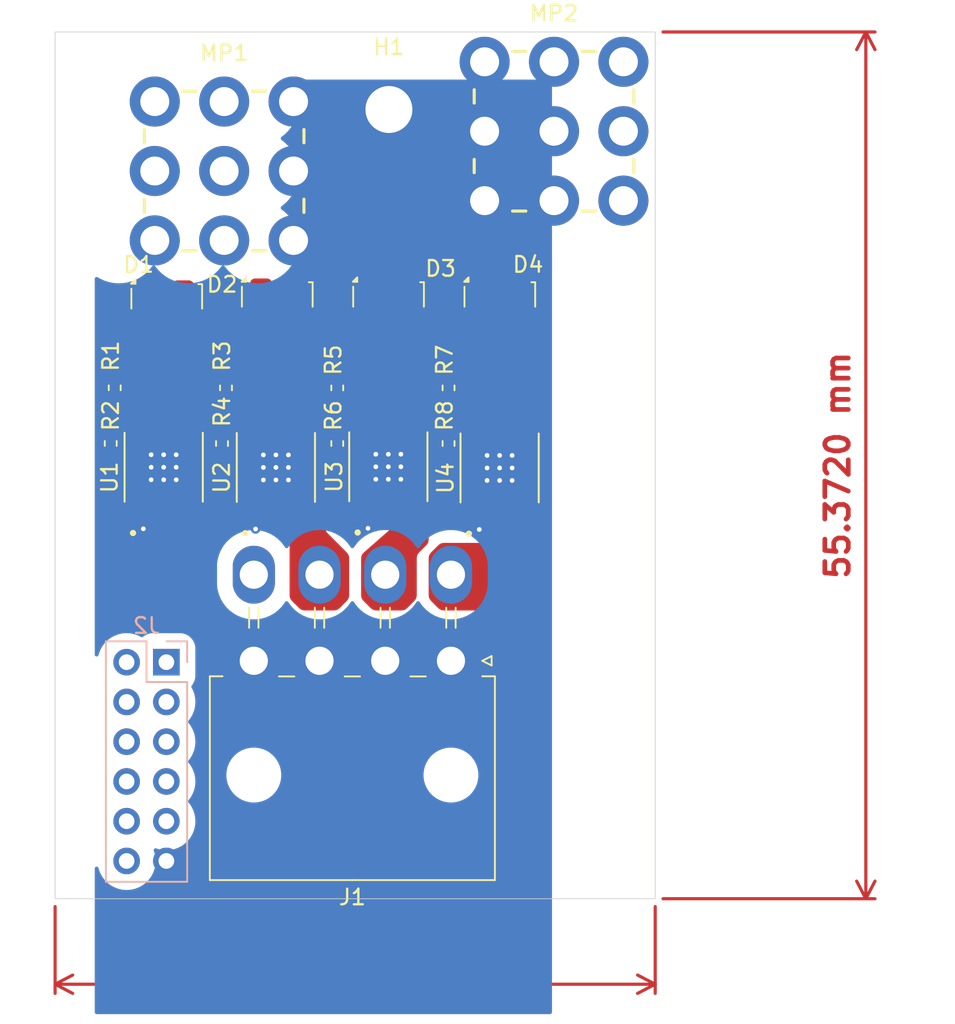
<source format=kicad_pcb>
(kicad_pcb (version 20240108) (generator "pcbnew") (generator_version "8.0")
  (layers (0 "F.Cu" signal) (31 "B.Cu" signal) (34 "B.Paste" user) (35 "F.Paste" user) (36 "B.SilkS" user "B.Silkscreen") (37 "F.SilkS" user "F.Silkscreen") (38 "B.Mask" user) (39 "F.Mask" user) (44 "Edge.Cuts" user))
  (net 0 "")
  (net 4 "Net-(U1-DIAG_EN)")
  (net 5 "+3.3V")
  (net 6 "Net-(D1-K)")
  (net 7 "GND")
  (net 8 "Net-(U1-CL)")
  (net 9 "Net-(J1-Pin_6)")
  (net 10 "Net-(D2-K)")
  (net 11 "Net-(D3-K)")
  (net 12 "Net-(D4-K)")
  (net 13 "Net-(J1-Pin_5)")
  (net 14 "Net-(J1-Pin_7)")
  (net 15 "Net-(J1-Pin_8)")
  (net 16 "Net-(U2-DIAG_EN)")
  (net 17 "Net-(U2-CL)")
  (net 18 "Net-(U3-DIAG_EN)")
  (net 19 "Net-(U3-CL)")
  (net 20 "Net-(U4-DIAG_EN)")
  (net 21 "Net-(U4-CL)")
  (net 31 "Net-(J2-Pin_1)")
  (net 32 "Net-(J2-Pin_4)")
  (net 33 "Net-(J2-Pin_5)")
  (net 34 "Net-(J2-Pin_3)")
  (net 35 "Net-(J2-Pin_8)")
  (net 37 "Net-(J2-Pin_2)")
  (net 38 "Net-(J2-Pin_6)")
  (net 39 "Net-(J2-Pin_7)")
  (net 40 "/SUPPLY")
  (footprint "Resistor_SMD:R_0402_1005Metric" (layer "F.Cu") (at 121.666 72.138 -90)
    (property "Reference" "R7" (at -1.78 0.254 90) (layer "F.SilkS"))
    (property "Value" "2.2k")
    (fp_line (start -0.153641 0.38) (end 0.153641 0.38) (stroke (width 0.12)) (layer "F.SilkS"))
    (fp_line (start -0.153641 -0.38) (end 0.153641 -0.38) (stroke (width 0.12)) (layer "F.SilkS"))
    (pad "1" smd roundrect (at -0.51 0 270) (size 0.54 0.64) (layers "F.Cu" "F.Paste" "F.Mask") (net 5 "+3.3V"))
    (pad "2" smd roundrect (at 0.51 0 270) (size 0.54 0.64) (layers "F.Cu" "F.Paste" "F.Mask") (net 20 "Net-(U4-DIAG_EN)"))
  )
  (footprint "MountingHole:MountingHole_3mm" (layer "F.Cu") (at 117.856 54.356)
    (property "Reference" "H1" (at 0 -4 0) (layer "F.SilkS"))
    (property "Value" "MountingHole")
    (pad "" np_thru_hole circle (at 0 0) (size 3 3) (drill 3) (layers "*.Cu" "*.Mask"))
  )
  (footprint "Package_TO_SOT_SMD:TO-277A" (layer "F.Cu") (at 110.72 68.551)
    (property "Reference" "D2" (at -3.532 -3.019 180) (layer "F.SilkS"))
    (property "Value" "PMEG045V100EPE")
    (fp_line (start -2.26 -2.87) (end -2.26 -1.6) (stroke (width 0.12)) (layer "F.SilkS"))
    (fp_line (start 2.26 -3.16) (end 2.02 -3.16) (stroke (width 0.12)) (layer "F.SilkS"))
    (fp_line (start 2.26 -3.16) (end 2.26 -1.6) (stroke (width 0.12)) (layer "F.SilkS"))
    (fp_poly (pts (xy -2 -3.19) (xy -2.28 -3.19) (xy -2 -3.47) (xy -2 -3.19)) (stroke (width 0.12)) (fill solid) (layer "F.SilkS"))
    (pad "1" smd roundrect (at -1.04 -2.765) (size 1.4 1.27) (layers "F.Cu" "F.Paste" "F.Mask") (net 40 "/SUPPLY"))
    (pad "2" smd roundrect (at 1.04 -2.765) (size 1.4 1.27) (layers "F.Cu" "F.Paste" "F.Mask") (net 40 "/SUPPLY"))
    (pad "3" smd rect (at 0 1.04) (size 4.8 4.72) (layers "F.Cu" "F.Mask") (net 10 "Net-(D2-K)"))
  )
  (footprint "ESP32-PDM:IC_TPS27S100BPWPR" (layer "F.Cu") (at 117.818 77.178 90)
    (property "Reference" "U3" (at -0.645 -3.462 90) (layer "F.SilkS"))
    (property "Value" "TPS1H100AQPWPRQ1")
    (fp_line (start -2.2 -2.5) (end 2.2 -2.5) (stroke (width 0.127)) (layer "F.SilkS"))
    (fp_line (start -2.2 2.5) (end 2.2 2.5) (stroke (width 0.127)) (layer "F.SilkS"))
    (fp_circle (center -4.2 -1.96) (end -4.1 -1.96) (stroke (width 0.2)) (fill none) (layer "F.SilkS"))
    (pad "1" smd rect (at -2.8 -1.95 90) (size 1.6 0.3) (layers "F.Cu" "F.Mask"))
    (pad "2" smd rect (at -2.8 -1.3 90) (size 1.6 0.3) (layers "F.Cu" "F.Mask") (net 7 "GND"))
    (pad "3" smd rect (at -2.8 -0.65 90) (size 1.6 0.3) (layers "F.Cu" "F.Mask") (net 33 "Net-(J2-Pin_5)"))
    (pad "4" smd rect (at -2.8 0 90) (size 1.6 0.3) (layers "F.Cu" "F.Mask"))
    (pad "5" smd rect (at -2.8 0.65 90) (size 1.6 0.3) (layers "F.Cu" "F.Mask") (net 9 "Net-(J1-Pin_6)"))
    (pad "6" smd rect (at -2.8 1.3 90) (size 1.6 0.3) (layers "F.Cu" "F.Mask") (net 9 "Net-(J1-Pin_6)"))
    (pad "7" smd rect (at -2.8 1.95 90) (size 1.6 0.3) (layers "F.Cu" "F.Mask") (net 9 "Net-(J1-Pin_6)"))
    (pad "8" smd rect (at 2.8 1.95 90) (size 1.6 0.3) (layers "F.Cu" "F.Mask") (net 11 "Net-(D3-K)"))
    (pad "9" smd rect (at 2.8 1.3 90) (size 1.6 0.3) (layers "F.Cu" "F.Mask") (net 11 "Net-(D3-K)"))
    (pad "10" smd rect (at 2.8 0.65 90) (size 1.6 0.3) (layers "F.Cu" "F.Mask") (net 11 "Net-(D3-K)"))
    (pad "11" smd rect (at 2.8 0 90) (size 1.6 0.3) (layers "F.Cu" "F.Mask"))
    (pad "12" smd rect (at 2.8 -0.65 90) (size 1.6 0.3) (layers "F.Cu" "F.Mask") (net 18 "Net-(U3-DIAG_EN)"))
    (pad "13" smd rect (at 2.8 -1.3 90) (size 1.6 0.3) (layers "F.Cu" "F.Mask") (net 19 "Net-(U3-CL)"))
    (pad "14" smd rect (at 2.8 -1.95 90) (size 1.6 0.3) (layers "F.Cu" "F.Mask") (net 38 "Net-(J2-Pin_6)"))
    (pad "15" thru_hole circle (at -0.8 -0.8 90) (size 0.6 0.6) (drill 0.3) (property pad_prop_heatsink) (layers "*.Cu" "*.Mask") (net 7 "GND"))
    (pad "15" thru_hole circle (at -0.8 0 90) (size 0.6 0.6) (drill 0.3) (property pad_prop_heatsink) (layers "*.Cu" "*.Mask") (net 7 "GND"))
    (pad "15" thru_hole circle (at -0.8 0.8 90) (size 0.6 0.6) (drill 0.3) (property pad_prop_heatsink) (layers "*.Cu" "*.Mask") (net 7 "GND"))
    (pad "15" thru_hole circle (at 0 -0.8 90) (size 0.6 0.6) (drill 0.3) (property pad_prop_heatsink) (layers "*.Cu" "*.Mask") (net 7 "GND"))
    (pad "15" thru_hole circle (at 0 0 90) (size 0.6 0.6) (drill 0.3) (property pad_prop_heatsink) (layers "*.Cu" "*.Mask") (net 7 "GND"))
    (pad "15" smd rect (at 0 0 90) (size 2.6 2.6) (property pad_prop_heatsink) (layers "F.Cu") (net 7 "GND"))
    (pad "15" thru_hole circle (at 0 0.8 90) (size 0.6 0.6) (drill 0.3) (property pad_prop_heatsink) (layers "*.Cu" "*.Mask") (net 7 "GND"))
    (pad "15" thru_hole circle (at 0.8 -0.8 90) (size 0.6 0.6) (drill 0.3) (property pad_prop_heatsink) (layers "*.Cu" "*.Mask") (net 7 "GND"))
    (pad "15" thru_hole circle (at 0.8 0 90) (size 0.6 0.6) (drill 0.3) (property pad_prop_heatsink) (layers "*.Cu" "*.Mask") (net 7 "GND"))
    (pad "15" thru_hole circle (at 0.8 0.8 90) (size 0.6 0.6) (drill 0.3) (property pad_prop_heatsink) (layers "*.Cu" "*.Mask") (net 7 "GND"))
  )
  (footprint "Resistor_SMD:R_0402_1005Metric" (layer "F.Cu") (at 121.666 75.694 -90)
    (property "Reference" "R8" (at -1.78 0.254 90) (layer "F.SilkS"))
    (property "Value" "560")
    (fp_line (start -0.153641 0.38) (end 0.153641 0.38) (stroke (width 0.12)) (layer "F.SilkS"))
    (fp_line (start -0.153641 -0.38) (end 0.153641 -0.38) (stroke (width 0.12)) (layer "F.SilkS"))
    (pad "1" smd roundrect (at -0.51 0 270) (size 0.54 0.64) (layers "F.Cu" "F.Paste" "F.Mask") (net 21 "Net-(U4-CL)"))
    (pad "2" smd roundrect (at 0.51 0 270) (size 0.54 0.64) (layers "F.Cu" "F.Paste" "F.Mask") (net 7 "GND"))
  )
  (footprint "Resistor_SMD:R_0402_1005Metric" (layer "F.Cu") (at 114.554 75.694 -90)
    (property "Reference" "R6" (at -1.78 0.254 90) (layer "F.SilkS"))
    (property "Value" "560")
    (fp_line (start -0.153641 0.38) (end 0.153641 0.38) (stroke (width 0.12)) (layer "F.SilkS"))
    (fp_line (start -0.153641 -0.38) (end 0.153641 -0.38) (stroke (width 0.12)) (layer "F.SilkS"))
    (pad "1" smd roundrect (at -0.51 0 270) (size 0.54 0.64) (layers "F.Cu" "F.Paste" "F.Mask") (net 19 "Net-(U3-CL)"))
    (pad "2" smd roundrect (at 0.51 0 270) (size 0.54 0.64) (layers "F.Cu" "F.Paste" "F.Mask") (net 7 "GND"))
  )
  (footprint "Package_TO_SOT_SMD:TO-277A" (layer "F.Cu") (at 103.656 68.674)
    (property "Reference" "D1" (at -1.802 -4.412 180) (layer "F.SilkS"))
    (property "Value" "PMEG045V100EPE")
    (fp_line (start -2.26 -2.87) (end -2.26 -1.6) (stroke (width 0.12)) (layer "F.SilkS"))
    (fp_line (start 2.26 -3.16) (end 2.02 -3.16) (stroke (width 0.12)) (layer "F.SilkS"))
    (fp_line (start 2.26 -3.16) (end 2.26 -1.6) (stroke (width 0.12)) (layer "F.SilkS"))
    (fp_poly (pts (xy -2 -3.19) (xy -2.28 -3.19) (xy -2 -3.47) (xy -2 -3.19)) (stroke (width 0.12)) (fill solid) (layer "F.SilkS"))
    (pad "1" smd roundrect (at -1.04 -2.765) (size 1.4 1.27) (layers "F.Cu" "F.Paste" "F.Mask") (net 40 "/SUPPLY"))
    (pad "2" smd roundrect (at 1.04 -2.765) (size 1.4 1.27) (layers "F.Cu" "F.Paste" "F.Mask") (net 40 "/SUPPLY"))
    (pad "3" smd rect (at 0 1.04) (size 4.8 4.72) (layers "F.Cu" "F.Mask") (net 6 "Net-(D1-K)"))
  )
  (footprint "ESP32-PDM:IC_TPS27S100BPWPR" (layer "F.Cu") (at 103.46 77.21 90)
    (property "Reference" "U1" (at -0.645 -3.462 90) (layer "F.SilkS"))
    (property "Value" "TPS1H100AQPWPRQ1")
    (fp_line (start -2.2 -2.5) (end 2.2 -2.5) (stroke (width 0.127)) (layer "F.SilkS"))
    (fp_line (start -2.2 2.5) (end 2.2 2.5) (stroke (width 0.127)) (layer "F.SilkS"))
    (fp_circle (center -4.2 -1.96) (end -4.1 -1.96) (stroke (width 0.2)) (fill none) (layer "F.SilkS"))
    (pad "1" smd rect (at -2.8 -1.95 90) (size 1.6 0.3) (layers "F.Cu" "F.Mask"))
    (pad "2" smd rect (at -2.8 -1.3 90) (size 1.6 0.3) (layers "F.Cu" "F.Mask") (net 7 "GND"))
    (pad "3" smd rect (at -2.8 -0.65 90) (size 1.6 0.3) (layers "F.Cu" "F.Mask") (net 31 "Net-(J2-Pin_1)"))
    (pad "4" smd rect (at -2.8 0 90) (size 1.6 0.3) (layers "F.Cu" "F.Mask"))
    (pad "5" smd rect (at -2.8 0.65 90) (size 1.6 0.3) (layers "F.Cu" "F.Mask") (net 15 "Net-(J1-Pin_8)"))
    (pad "6" smd rect (at -2.8 1.3 90) (size 1.6 0.3) (layers "F.Cu" "F.Mask") (net 15 "Net-(J1-Pin_8)"))
    (pad "7" smd rect (at -2.8 1.95 90) (size 1.6 0.3) (layers "F.Cu" "F.Mask") (net 15 "Net-(J1-Pin_8)"))
    (pad "8" smd rect (at 2.8 1.95 90) (size 1.6 0.3) (layers "F.Cu" "F.Mask") (net 6 "Net-(D1-K)"))
    (pad "9" smd rect (at 2.8 1.3 90) (size 1.6 0.3) (layers "F.Cu" "F.Mask") (net 6 "Net-(D1-K)"))
    (pad "10" smd rect (at 2.8 0.65 90) (size 1.6 0.3) (layers "F.Cu" "F.Mask") (net 6 "Net-(D1-K)"))
    (pad "11" smd rect (at 2.8 0 90) (size 1.6 0.3) (layers "F.Cu" "F.Mask"))
    (pad "12" smd rect (at 2.8 -0.65 90) (size 1.6 0.3) (layers "F.Cu" "F.Mask") (net 4 "Net-(U1-DIAG_EN)"))
    (pad "13" smd rect (at 2.8 -1.3 90) (size 1.6 0.3) (layers "F.Cu" "F.Mask") (net 8 "Net-(U1-CL)"))
    (pad "14" smd rect (at 2.8 -1.95 90) (size 1.6 0.3) (layers "F.Cu" "F.Mask") (net 37 "Net-(J2-Pin_2)"))
    (pad "15" thru_hole circle (at -0.8 -0.8 90) (size 0.6 0.6) (drill 0.3) (property pad_prop_heatsink) (layers "*.Cu" "*.Mask") (net 7 "GND"))
    (pad "15" thru_hole circle (at -0.8 0 90) (size 0.6 0.6) (drill 0.3) (property pad_prop_heatsink) (layers "*.Cu" "*.Mask") (net 7 "GND"))
    (pad "15" thru_hole circle (at -0.8 0.8 90) (size 0.6 0.6) (drill 0.3) (property pad_prop_heatsink) (layers "*.Cu" "*.Mask") (net 7 "GND"))
    (pad "15" thru_hole circle (at 0 -0.8 90) (size 0.6 0.6) (drill 0.3) (property pad_prop_heatsink) (layers "*.Cu" "*.Mask") (net 7 "GND"))
    (pad "15" thru_hole circle (at 0 0 90) (size 0.6 0.6) (drill 0.3) (property pad_prop_heatsink) (layers "*.Cu" "*.Mask") (net 7 "GND"))
    (pad "15" smd rect (at 0 0 90) (size 2.6 2.6) (property pad_prop_heatsink) (layers "F.Cu") (net 7 "GND"))
    (pad "15" thru_hole circle (at 0 0.8 90) (size 0.6 0.6) (drill 0.3) (property pad_prop_heatsink) (layers "*.Cu" "*.Mask") (net 7 "GND"))
    (pad "15" thru_hole circle (at 0.8 -0.8 90) (size 0.6 0.6) (drill 0.3) (property pad_prop_heatsink) (layers "*.Cu" "*.Mask") (net 7 "GND"))
    (pad "15" thru_hole circle (at 0.8 0 90) (size 0.6 0.6) (drill 0.3) (property pad_prop_heatsink) (layers "*.Cu" "*.Mask") (net 7 "GND"))
    (pad "15" thru_hole circle (at 0.8 0.8 90) (size 0.6 0.6) (drill 0.3) (property pad_prop_heatsink) (layers "*.Cu" "*.Mask") (net 7 "GND"))
  )
  (footprint "ESP32-PDM:IC_TPS27S100BPWPR" (layer "F.Cu") (at 110.632 77.222 90)
    (property "Reference" "U2" (at -0.645 -3.462 90) (layer "F.SilkS"))
    (property "Value" "TPS1H100AQPWPRQ1")
    (fp_line (start -2.2 -2.5) (end 2.2 -2.5) (stroke (width 0.127)) (layer "F.SilkS"))
    (fp_line (start -2.2 2.5) (end 2.2 2.5) (stroke (width 0.127)) (layer "F.SilkS"))
    (fp_circle (center -4.2 -1.96) (end -4.1 -1.96) (stroke (width 0.2)) (fill none) (layer "F.SilkS"))
    (pad "1" smd rect (at -2.8 -1.95 90) (size 1.6 0.3) (layers "F.Cu" "F.Mask"))
    (pad "2" smd rect (at -2.8 -1.3 90) (size 1.6 0.3) (layers "F.Cu" "F.Mask") (net 7 "GND"))
    (pad "3" smd rect (at -2.8 -0.65 90) (size 1.6 0.3) (layers "F.Cu" "F.Mask") (net 34 "Net-(J2-Pin_3)"))
    (pad "4" smd rect (at -2.8 0 90) (size 1.6 0.3) (layers "F.Cu" "F.Mask"))
    (pad "5" smd rect (at -2.8 0.65 90) (size 1.6 0.3) (layers "F.Cu" "F.Mask") (net 14 "Net-(J1-Pin_7)"))
    (pad "6" smd rect (at -2.8 1.3 90) (size 1.6 0.3) (layers "F.Cu" "F.Mask") (net 14 "Net-(J1-Pin_7)"))
    (pad "7" smd rect (at -2.8 1.95 90) (size 1.6 0.3) (layers "F.Cu" "F.Mask") (net 14 "Net-(J1-Pin_7)"))
    (pad "8" smd rect (at 2.8 1.95 90) (size 1.6 0.3) (layers "F.Cu" "F.Mask") (net 10 "Net-(D2-K)"))
    (pad "9" smd rect (at 2.8 1.3 90) (size 1.6 0.3) (layers "F.Cu" "F.Mask") (net 10 "Net-(D2-K)"))
    (pad "10" smd rect (at 2.8 0.65 90) (size 1.6 0.3) (layers "F.Cu" "F.Mask") (net 10 "Net-(D2-K)"))
    (pad "11" smd rect (at 2.8 0 90) (size 1.6 0.3) (layers "F.Cu" "F.Mask"))
    (pad "12" smd rect (at 2.8 -0.65 90) (size 1.6 0.3) (layers "F.Cu" "F.Mask") (net 16 "Net-(U2-DIAG_EN)"))
    (pad "13" smd rect (at 2.8 -1.3 90) (size 1.6 0.3) (layers "F.Cu" "F.Mask") (net 17 "Net-(U2-CL)"))
    (pad "14" smd rect (at 2.8 -1.95 90) (size 1.6 0.3) (layers "F.Cu" "F.Mask") (net 32 "Net-(J2-Pin_4)"))
    (pad "15" thru_hole circle (at -0.8 -0.8 90) (size 0.6 0.6) (drill 0.3) (property pad_prop_heatsink) (layers "*.Cu" "*.Mask") (net 7 "GND"))
    (pad "15" thru_hole circle (at -0.8 0 90) (size 0.6 0.6) (drill 0.3) (property pad_prop_heatsink) (layers "*.Cu" "*.Mask") (net 7 "GND"))
    (pad "15" thru_hole circle (at -0.8 0.8 90) (size 0.6 0.6) (drill 0.3) (property pad_prop_heatsink) (layers "*.Cu" "*.Mask") (net 7 "GND"))
    (pad "15" thru_hole circle (at 0 -0.8 90) (size 0.6 0.6) (drill 0.3) (property pad_prop_heatsink) (layers "*.Cu" "*.Mask") (net 7 "GND"))
    (pad "15" thru_hole circle (at 0 0 90) (size 0.6 0.6) (drill 0.3) (property pad_prop_heatsink) (layers "*.Cu" "*.Mask") (net 7 "GND"))
    (pad "15" smd rect (at 0 0 90) (size 2.6 2.6) (property pad_prop_heatsink) (layers "F.Cu") (net 7 "GND"))
    (pad "15" thru_hole circle (at 0 0.8 90) (size 0.6 0.6) (drill 0.3) (property pad_prop_heatsink) (layers "*.Cu" "*.Mask") (net 7 "GND"))
    (pad "15" thru_hole circle (at 0.8 -0.8 90) (size 0.6 0.6) (drill 0.3) (property pad_prop_heatsink) (layers "*.Cu" "*.Mask") (net 7 "GND"))
    (pad "15" thru_hole circle (at 0.8 0 90) (size 0.6 0.6) (drill 0.3) (property pad_prop_heatsink) (layers "*.Cu" "*.Mask") (net 7 "GND"))
    (pad "15" thru_hole circle (at 0.8 0.8 90) (size 0.6 0.6) (drill 0.3) (property pad_prop_heatsink) (layers "*.Cu" "*.Mask") (net 7 "GND"))
  )
  (footprint "Resistor_SMD:R_0402_1005Metric" (layer "F.Cu") (at 114.554 72.138 -90)
    (property "Reference" "R5" (at -1.78 0.254 90) (layer "F.SilkS"))
    (property "Value" "2.2k")
    (fp_line (start -0.153641 0.38) (end 0.153641 0.38) (stroke (width 0.12)) (layer "F.SilkS"))
    (fp_line (start -0.153641 -0.38) (end 0.153641 -0.38) (stroke (width 0.12)) (layer "F.SilkS"))
    (pad "1" smd roundrect (at -0.51 0 270) (size 0.54 0.64) (layers "F.Cu" "F.Paste" "F.Mask") (net 5 "+3.3V"))
    (pad "2" smd roundrect (at 0.51 0 270) (size 0.54 0.64) (layers "F.Cu" "F.Paste" "F.Mask") (net 18 "Net-(U3-DIAG_EN)"))
  )
  (footprint "ESP32-PDM:WP-THRBU_74650195" (layer "F.Cu") (at 107.325 58.283)
    (property "Reference" "MP1" (at 0 -7.535 0) (layer "F.SilkS"))
    (property "Value" "WP-THRBU_BLIND-HOLE")
    (fp_line (start -5.1 -1.8) (end -5.1 -2.65) (stroke (width 0.2)) (layer "F.SilkS"))
    (fp_line (start -5.1 2.65) (end -5.1 1.8) (stroke (width 0.2)) (layer "F.SilkS"))
    (fp_line (start -2.65 -5.1) (end -1.8 -5.1) (stroke (width 0.2)) (layer "F.SilkS"))
    (fp_line (start -1.8 5.1) (end -2.65 5.1) (stroke (width 0.2)) (layer "F.SilkS"))
    (fp_line (start 1.8 -5.1) (end 2.65 -5.1) (stroke (width 0.2)) (layer "F.SilkS"))
    (fp_line (start 2.65 5.1) (end 1.8 5.1) (stroke (width 0.2)) (layer "F.SilkS"))
    (fp_line (start 5.1 -2.65) (end 5.1 -1.8) (stroke (width 0.2)) (layer "F.SilkS"))
    (fp_line (start 5.1 1.8) (end 5.1 2.65) (stroke (width 0.2)) (layer "F.SilkS"))
    (pad "1" thru_hole circle (at -4.435 4.435) (size 3.2 3.2) (drill 1.85) (layers "*.Cu" "*.Mask") (net 40 "/SUPPLY"))
    (pad "2" thru_hole circle (at -4.435 -4.435) (size 3.2 3.2) (drill 1.85) (layers "*.Cu" "*.Mask") (net 40 "/SUPPLY"))
    (pad "3" thru_hole circle (at 4.435 -4.435) (size 3.2 3.2) (drill 1.85) (layers "*.Cu" "*.Mask") (net 40 "/SUPPLY"))
    (pad "4" thru_hole circle (at 4.435 4.435) (size 3.2 3.2) (drill 1.85) (layers "*.Cu" "*.Mask") (net 40 "/SUPPLY"))
    (pad "5" thru_hole circle (at -4.435 0) (size 3.2 3.2) (drill 1.85) (layers "*.Cu" "*.Mask") (net 40 "/SUPPLY"))
    (pad "6" thru_hole circle (at 4.435 0) (size 3.2 3.2) (drill 1.85) (layers "*.Cu" "*.Mask") (net 40 "/SUPPLY"))
    (pad "7" thru_hole circle (at 0 4.435) (size 3.2 3.2) (drill 1.85) (layers "*.Cu" "*.Mask") (net 40 "/SUPPLY"))
    (pad "8" thru_hole circle (at 0 0) (size 3.2 3.2) (drill 1.85) (layers "*.Cu" "*.Mask") (net 40 "/SUPPLY"))
    (pad "9" thru_hole circle (at 0 -4.435) (size 3.2 3.2) (drill 1.85) (layers "*.Cu" "*.Mask") (net 40 "/SUPPLY"))
  )
  (footprint "Connector_Molex:Molex_Mini-Fit_Jr_5569-08A2_2x04_P4.20mm_Horizontal" (layer "F.Cu") (at 121.82 89.574 180)
    (property "Reference" "J1" (at 6.3 -15.1 0) (layer "F.SilkS"))
    (property "Value" "Conn_02x04_Top_Bottom")
    (fp_line (start 15.41 -0.99) (end 15.41 -14.01) (stroke (width 0.12)) (layer "F.SilkS"))
    (fp_line (start 15.41 -14.01) (end 6.3 -14.01) (stroke (width 0.12)) (layer "F.SilkS"))
    (fp_line (start 14.6 -0.99) (end 15.41 -0.99) (stroke (width 0.12)) (layer "F.SilkS"))
    (fp_line (start 12.9 2.11) (end 12.9 3.39) (stroke (width 0.12)) (layer "F.SilkS"))
    (fp_line (start 12.3 2.11) (end 12.3 3.39) (stroke (width 0.12)) (layer "F.SilkS"))
    (fp_line (start 10.01 -1) (end 10.99 -1) (stroke (width 0.12)) (layer "F.SilkS"))
    (fp_line (start 8.7 2.11) (end 8.7 3.39) (stroke (width 0.12)) (layer "F.SilkS"))
    (fp_line (start 8.1 2.11) (end 8.1 3.39) (stroke (width 0.12)) (layer "F.SilkS"))
    (fp_line (start 5.81 -1) (end 6.79 -1) (stroke (width 0.12)) (layer "F.SilkS"))
    (fp_line (start 4.5 2.11) (end 4.5 3.39) (stroke (width 0.12)) (layer "F.SilkS"))
    (fp_line (start 3.9 2.11) (end 3.9 3.39) (stroke (width 0.12)) (layer "F.SilkS"))
    (fp_line (start 1.61 -1) (end 2.59 -1) (stroke (width 0.12)) (layer "F.SilkS"))
    (fp_line (start 0.3 2.11) (end 0.3 3.39) (stroke (width 0.12)) (layer "F.SilkS"))
    (fp_line (start -0.3 2.11) (end -0.3 3.39) (stroke (width 0.12)) (layer "F.SilkS"))
    (fp_line (start -2 0) (end -2.6 0.3) (stroke (width 0.12)) (layer "F.SilkS"))
    (fp_line (start -2 -0.99) (end -2.81 -0.99) (stroke (width 0.12)) (layer "F.SilkS"))
    (fp_line (start -2.6 0.3) (end -2.6 -0.3) (stroke (width 0.12)) (layer "F.SilkS"))
    (fp_line (start -2.6 -0.3) (end -2 0) (stroke (width 0.12)) (layer "F.SilkS"))
    (fp_line (start -2.81 -0.99) (end -2.81 -14.01) (stroke (width 0.12)) (layer "F.SilkS"))
    (fp_line (start -2.81 -14.01) (end 6.3 -14.01) (stroke (width 0.12)) (layer "F.SilkS"))
    (pad "" np_thru_hole circle (at 0 -7.3 180) (size 3 3) (drill 3) (layers "*.Cu" "*.Mask"))
    (pad "" np_thru_hole circle (at 12.6 -7.3 180) (size 3 3) (drill 3) (layers "*.Cu" "*.Mask"))
    (pad "1" thru_hole roundrect (at 0 0 180) (size 2.7 3.7) (drill 1.8) (layers "*.Cu" "*.Mask") (roundrect_rratio 0.092593) (net 7 "GND"))
    (pad "2" thru_hole oval (at 4.2 0 180) (size 2.7 3.7) (drill 1.8) (layers "*.Cu" "*.Mask") (net 7 "GND"))
    (pad "3" thru_hole oval (at 8.4 0 180) (size 2.7 3.7) (drill 1.8) (layers "*.Cu" "*.Mask") (net 7 "GND"))
    (pad "4" thru_hole oval (at 12.6 0 180) (size 2.7 3.7) (drill 1.8) (layers "*.Cu" "*.Mask") (net 7 "GND"))
    (pad "5" thru_hole oval (at 0 5.5 180) (size 2.7 3.7) (drill 1.8) (layers "*.Cu" "*.Mask") (net 13 "Net-(J1-Pin_5)"))
    (pad "6" thru_hole oval (at 4.2 5.5 180) (size 2.7 3.7) (drill 1.8) (layers "*.Cu" "*.Mask") (net 9 "Net-(J1-Pin_6)"))
    (pad "7" thru_hole oval (at 8.4 5.5 180) (size 2.7 3.7) (drill 1.8) (layers "*.Cu" "*.Mask") (net 14 "Net-(J1-Pin_7)"))
    (pad "8" thru_hole oval (at 12.6 5.5 180) (size 2.7 3.7) (drill 1.8) (layers "*.Cu" "*.Mask") (net 15 "Net-(J1-Pin_8)"))
  )
  (footprint "Resistor_SMD:R_0402_1005Metric" (layer "F.Cu") (at 107.188 75.694 -90)
    (property "Reference" "R4" (at -2.034 0 90) (layer "F.SilkS"))
    (property "Value" "560")
    (fp_line (start -0.153641 0.38) (end 0.153641 0.38) (stroke (width 0.12)) (layer "F.SilkS"))
    (fp_line (start -0.153641 -0.38) (end 0.153641 -0.38) (stroke (width 0.12)) (layer "F.SilkS"))
    (pad "1" smd roundrect (at -0.51 0 270) (size 0.54 0.64) (layers "F.Cu" "F.Paste" "F.Mask") (net 17 "Net-(U2-CL)"))
    (pad "2" smd roundrect (at 0.51 0 270) (size 0.54 0.64) (layers "F.Cu" "F.Paste" "F.Mask") (net 7 "GND"))
  )
  (footprint "Package_TO_SOT_SMD:TO-277A" (layer "F.Cu") (at 117.832 68.551)
    (property "Reference" "D3" (at 3.326 -4.035 180) (layer "F.SilkS"))
    (property "Value" "PMEG045V100EPE")
    (fp_line (start -2.26 -2.87) (end -2.26 -1.6) (stroke (width 0.12)) (layer "F.SilkS"))
    (fp_line (start 2.26 -3.16) (end 2.02 -3.16) (stroke (width 0.12)) (layer "F.SilkS"))
    (fp_line (start 2.26 -3.16) (end 2.26 -1.6) (stroke (width 0.12)) (layer "F.SilkS"))
    (fp_poly (pts (xy -2 -3.19) (xy -2.28 -3.19) (xy -2 -3.47) (xy -2 -3.19)) (stroke (width 0.12)) (fill solid) (layer "F.SilkS"))
    (pad "1" smd roundrect (at -1.04 -2.765) (size 1.4 1.27) (layers "F.Cu" "F.Paste" "F.Mask") (net 40 "/SUPPLY"))
    (pad "2" smd roundrect (at 1.04 -2.765) (size 1.4 1.27) (layers "F.Cu" "F.Paste" "F.Mask") (net 40 "/SUPPLY"))
    (pad "3" smd rect (at 0 1.04) (size 4.8 4.72) (layers "F.Cu" "F.Mask") (net 11 "Net-(D3-K)"))
  )
  (footprint "Resistor_SMD:R_0402_1005Metric" (layer "F.Cu") (at 100.33 72.134 -90)
    (property "Reference" "R1" (at -2.03 0.254 90) (layer "F.SilkS"))
    (property "Value" "2.2k")
    (fp_line (start -0.153641 0.38) (end 0.153641 0.38) (stroke (width 0.12)) (layer "F.SilkS"))
    (fp_line (start -0.153641 -0.38) (end 0.153641 -0.38) (stroke (width 0.12)) (layer "F.SilkS"))
    (pad "1" smd roundrect (at -0.51 0 270) (size 0.54 0.64) (layers "F.Cu" "F.Paste" "F.Mask") (net 5 "+3.3V"))
    (pad "2" smd roundrect (at 0.51 0 270) (size 0.54 0.64) (layers "F.Cu" "F.Paste" "F.Mask") (net 4 "Net-(U1-DIAG_EN)"))
  )
  (footprint "ESP32-PDM:WP-THRBU_74650195" (layer "F.Cu") (at 128.407 55.743)
    (property "Reference" "MP2" (at 0 -7.535 0) (layer "F.SilkS"))
    (property "Value" "WP-THRBU_BLIND-HOLE")
    (fp_line (start -5.1 -1.8) (end -5.1 -2.65) (stroke (width 0.2)) (layer "F.SilkS"))
    (fp_line (start -5.1 2.65) (end -5.1 1.8) (stroke (width 0.2)) (layer "F.SilkS"))
    (fp_line (start -2.65 -5.1) (end -1.8 -5.1) (stroke (width 0.2)) (layer "F.SilkS"))
    (fp_line (start -1.8 5.1) (end -2.65 5.1) (stroke (width 0.2)) (layer "F.SilkS"))
    (fp_line (start 1.8 -5.1) (end 2.65 -5.1) (stroke (width 0.2)) (layer "F.SilkS"))
    (fp_line (start 2.65 5.1) (end 1.8 5.1) (stroke (width 0.2)) (layer "F.SilkS"))
    (fp_line (start 5.1 -2.65) (end 5.1 -1.8) (stroke (width 0.2)) (layer "F.SilkS"))
    (fp_line (start 5.1 1.8) (end 5.1 2.65) (stroke (width 0.2)) (layer "F.SilkS"))
    (pad "1" thru_hole circle (at -4.435 4.435) (size 3.2 3.2) (drill 1.85) (layers "*.Cu" "*.Mask") (net 7 "GND"))
    (pad "2" thru_hole circle (at -4.435 -4.435) (size 3.2 3.2) (drill 1.85) (layers "*.Cu" "*.Mask") (net 7 "GND"))
    (pad "3" thru_hole circle (at 4.435 -4.435) (size 3.2 3.2) (drill 1.85) (layers "*.Cu" "*.Mask") (net 7 "GND"))
    (pad "4" thru_hole circle (at 4.435 4.435) (size 3.2 3.2) (drill 1.85) (layers "*.Cu" "*.Mask") (net 7 "GND"))
    (pad "5" thru_hole circle (at -4.435 0) (size 3.2 3.2) (drill 1.85) (layers "*.Cu" "*.Mask") (net 7 "GND"))
    (pad "6" thru_hole circle (at 4.435 0) (size 3.2 3.2) (drill 1.85) (layers "*.Cu" "*.Mask") (net 7 "GND"))
    (pad "7" thru_hole circle (at 0 4.435) (size 3.2 3.2) (drill 1.85) (layers "*.Cu" "*.Mask") (net 7 "GND"))
    (pad "8" thru_hole circle (at 0 0) (size 3.2 3.2) (drill 1.85) (layers "*.Cu" "*.Mask") (net 7 "GND"))
    (pad "9" thru_hole circle (at 0 -4.435) (size 3.2 3.2) (drill 1.85) (layers "*.Cu" "*.Mask") (net 7 "GND"))
  )
  (footprint "Resistor_SMD:R_0402_1005Metric" (layer "F.Cu") (at 100.076 75.69 90)
    (property "Reference" "R2" (at 1.776 0 90) (layer "F.SilkS"))
    (property "Value" "560")
    (fp_line (start -0.153641 -0.38) (end 0.153641 -0.38) (stroke (width 0.12)) (layer "F.SilkS"))
    (fp_line (start -0.153641 0.38) (end 0.153641 0.38) (stroke (width 0.12)) (layer "F.SilkS"))
    (pad "1" smd roundrect (at -0.51 0 90) (size 0.54 0.64) (layers "F.Cu" "F.Paste" "F.Mask") (net 7 "GND"))
    (pad "2" smd roundrect (at 0.51 0 90) (size 0.54 0.64) (layers "F.Cu" "F.Paste" "F.Mask") (net 8 "Net-(U1-CL)"))
  )
  (footprint "Resistor_SMD:R_0402_1005Metric" (layer "F.Cu") (at 107.442 72.138 -90)
    (property "Reference" "R3" (at -2.034 0.254 90) (layer "F.SilkS"))
    (property "Value" "2.2k")
    (fp_line (start -0.153641 0.38) (end 0.153641 0.38) (stroke (width 0.12)) (layer "F.SilkS"))
    (fp_line (start -0.153641 -0.38) (end 0.153641 -0.38) (stroke (width 0.12)) (layer "F.SilkS"))
    (pad "1" smd roundrect (at -0.51 0 270) (size 0.54 0.64) (layers "F.Cu" "F.Paste" "F.Mask") (net 5 "+3.3V"))
    (pad "2" smd roundrect (at 0.51 0 270) (size 0.54 0.64) (layers "F.Cu" "F.Paste" "F.Mask") (net 16 "Net-(U2-DIAG_EN)"))
  )
  (footprint "ESP32-PDM:IC_TPS27S100BPWPR" (layer "F.Cu") (at 124.93 77.254 90)
    (property "Reference" "U4" (at -0.645 -3.462 90) (layer "F.SilkS"))
    (property "Value" "TPS1H100AQPWPRQ1")
    (fp_line (start -2.2 -2.5) (end 2.2 -2.5) (stroke (width 0.127)) (layer "F.SilkS"))
    (fp_line (start -2.2 2.5) (end 2.2 2.5) (stroke (width 0.127)) (layer "F.SilkS"))
    (fp_circle (center -4.2 -1.96) (end -4.1 -1.96) (stroke (width 0.2)) (fill none) (layer "F.SilkS"))
    (pad "1" smd rect (at -2.8 -1.95 90) (size 1.6 0.3) (layers "F.Cu" "F.Mask"))
    (pad "2" smd rect (at -2.8 -1.3 90) (size 1.6 0.3) (layers "F.Cu" "F.Mask") (net 7 "GND"))
    (pad "3" smd rect (at -2.8 -0.65 90) (size 1.6 0.3) (layers "F.Cu" "F.Mask") (net 39 "Net-(J2-Pin_7)"))
    (pad "4" smd rect (at -2.8 0 90) (size 1.6 0.3) (layers "F.Cu" "F.Mask"))
    (pad "5" smd rect (at -2.8 0.65 90) (size 1.6 0.3) (layers "F.Cu" "F.Mask") (net 13 "Net-(J1-Pin_5)"))
    (pad "6" smd rect (at -2.8 1.3 90) (size 1.6 0.3) (layers "F.Cu" "F.Mask") (net 13 "Net-(J1-Pin_5)"))
    (pad "7" smd rect (at -2.8 1.95 90) (size 1.6 0.3) (layers "F.Cu" "F.Mask") (net 13 "Net-(J1-Pin_5)"))
    (pad "8" smd rect (at 2.8 1.95 90) (size 1.6 0.3) (layers "F.Cu" "F.Mask") (net 12 "Net-(D4-K)"))
    (pad "9" smd rect (at 2.8 1.3 90) (size 1.6 0.3) (layers "F.Cu" "F.Mask") (net 12 "Net-(D4-K)"))
    (pad "10" smd rect (at 2.8 0.65 90) (size 1.6 0.3) (layers "F.Cu" "F.Mask") (net 12 "Net-(D4-K)"))
    (pad "11" smd rect (at 2.8 0 90) (size 1.6 0.3) (layers "F.Cu" "F.Mask"))
    (pad "12" smd rect (at 2.8 -0.65 90) (size 1.6 0.3) (layers "F.Cu" "F.Mask") (net 20 "Net-(U4-DIAG_EN)"))
    (pad "13" smd rect (at 2.8 -1.3 90) (size 1.6 0.3) (layers "F.Cu" "F.Mask") (net 21 "Net-(U4-CL)"))
    (pad "14" smd rect (at 2.8 -1.95 90) (size 1.6 0.3) (layers "F.Cu" "F.Mask") (net 35 "Net-(J2-Pin_8)"))
    (pad "15" thru_hole circle (at -0.8 -0.8 90) (size 0.6 0.6) (drill 0.3) (property pad_prop_heatsink) (layers "*.Cu" "*.Mask") (net 7 "GND"))
    (pad "15" thru_hole circle (at -0.8 0 90) (size 0.6 0.6) (drill 0.3) (property pad_prop_heatsink) (layers "*.Cu" "*.Mask") (net 7 "GND"))
    (pad "15" thru_hole circle (at -0.8 0.8 90) (size 0.6 0.6) (drill 0.3) (property pad_prop_heatsink) (layers "*.Cu" "*.Mask") (net 7 "GND"))
    (pad "15" thru_hole circle (at 0 -0.8 90) (size 0.6 0.6) (drill 0.3) (property pad_prop_heatsink) (layers "*.Cu" "*.Mask") (net 7 "GND"))
    (pad "15" thru_hole circle (at 0 0 90) (size 0.6 0.6) (drill 0.3) (property pad_prop_heatsink) (layers "*.Cu" "*.Mask") (net 7 "GND"))
    (pad "15" smd rect (at 0 0 90) (size 2.6 2.6) (property pad_prop_heatsink) (layers "F.Cu") (net 7 "GND"))
    (pad "15" thru_hole circle (at 0 0.8 90) (size 0.6 0.6) (drill 0.3) (property pad_prop_heatsink) (layers "*.Cu" "*.Mask") (net 7 "GND"))
    (pad "15" thru_hole circle (at 0.8 -0.8 90) (size 0.6 0.6) (drill 0.3) (property pad_prop_heatsink) (layers "*.Cu" "*.Mask") (net 7 "GND"))
    (pad "15" thru_hole circle (at 0.8 0 90) (size 0.6 0.6) (drill 0.3) (property pad_prop_heatsink) (layers "*.Cu" "*.Mask") (net 7 "GND"))
    (pad "15" thru_hole circle (at 0.8 0.8 90) (size 0.6 0.6) (drill 0.3) (property pad_prop_heatsink) (layers "*.Cu" "*.Mask") (net 7 "GND"))
  )
  (footprint "Package_TO_SOT_SMD:TO-277A" (layer "F.Cu") (at 124.944 68.551)
    (property "Reference" "D4" (at 1.802 -4.289 180) (layer "F.SilkS"))
    (property "Value" "PMEG045V100EPE")
    (fp_line (start -2.26 -2.87) (end -2.26 -1.6) (stroke (width 0.12)) (layer "F.SilkS"))
    (fp_line (start 2.26 -3.16) (end 2.02 -3.16) (stroke (width 0.12)) (layer "F.SilkS"))
    (fp_line (start 2.26 -3.16) (end 2.26 -1.6) (stroke (width 0.12)) (layer "F.SilkS"))
    (fp_poly (pts (xy -2 -3.19) (xy -2.28 -3.19) (xy -2 -3.47) (xy -2 -3.19)) (stroke (width 0.12)) (fill solid) (layer "F.SilkS"))
    (pad "1" smd roundrect (at -1.04 -2.765) (size 1.4 1.27) (layers "F.Cu" "F.Paste" "F.Mask") (net 40 "/SUPPLY"))
    (pad "2" smd roundrect (at 1.04 -2.765) (size 1.4 1.27) (layers "F.Cu" "F.Paste" "F.Mask") (net 40 "/SUPPLY"))
    (pad "3" smd rect (at 0 1.04) (size 4.8 4.72) (layers "F.Cu" "F.Mask") (net 12 "Net-(D4-K)"))
  )
  (footprint "Connector_PinHeader_2.54mm:PinHeader_2x06_P2.54mm_Vertical" (layer "B.Cu") (at 103.632 89.662 180)
    (property "Reference" "J2" (at 1.27 2.33 0) (layer "B.SilkS") (effects (justify mirror)))
    (property "Value" "Conn_02x06_Top_Bottom")
    (fp_line (start 3.87 1.33) (end 1.27 1.33) (stroke (width 0.12)) (layer "B.SilkS"))
    (fp_line (start 3.87 -14.03) (end 3.87 1.33) (stroke (width 0.12)) (layer "B.SilkS"))
    (fp_line (start 3.87 -14.03) (end -1.33 -14.03) (stroke (width 0.12)) (layer "B.SilkS"))
    (fp_line (start 1.27 1.33) (end 1.27 -1.27) (stroke (width 0.12)) (layer "B.SilkS"))
    (fp_line (start 1.27 -1.27) (end -1.33 -1.27) (stroke (width 0.12)) (layer "B.SilkS"))
    (fp_line (start 0 1.33) (end -1.33 1.33) (stroke (width 0.12)) (layer "B.SilkS"))
    (fp_line (start -1.33 1.33) (end -1.33 0) (stroke (width 0.12)) (layer "B.SilkS"))
    (fp_line (start -1.33 -14.03) (end -1.33 -1.27) (stroke (width 0.12)) (layer "B.SilkS"))
    (pad "1" thru_hole rect (at 0 0 180) (size 1.7 1.7) (drill 1) (layers "*.Cu" "*.Mask") (net 31 "Net-(J2-Pin_1)"))
    (pad "2" thru_hole oval (at 2.54 0 180) (size 1.7 1.7) (drill 1) (layers "*.Cu" "*.Mask") (net 37 "Net-(J2-Pin_2)"))
    (pad "3" thru_hole oval (at 0 -2.54 180) (size 1.7 1.7) (drill 1) (layers "*.Cu" "*.Mask") (net 34 "Net-(J2-Pin_3)"))
    (pad "4" thru_hole oval (at 2.54 -2.54 180) (size 1.7 1.7) (drill 1) (layers "*.Cu" "*.Mask") (net 32 "Net-(J2-Pin_4)"))
    (pad "5" thru_hole oval (at 0 -5.08 180) (size 1.7 1.7) (drill 1) (layers "*.Cu" "*.Mask") (net 33 "Net-(J2-Pin_5)"))
    (pad "6" thru_hole oval (at 2.54 -5.08 180) (size 1.7 1.7) (drill 1) (layers "*.Cu" "*.Mask") (net 38 "Net-(J2-Pin_6)"))
    (pad "7" thru_hole oval (at 0 -7.62 180) (size 1.7 1.7) (drill 1) (layers "*.Cu" "*.Mask") (net 39 "Net-(J2-Pin_7)"))
    (pad "8" thru_hole oval (at 2.54 -7.62 180) (size 1.7 1.7) (drill 1) (layers "*.Cu" "*.Mask") (net 35 "Net-(J2-Pin_8)"))
    (pad "9" thru_hole oval (at 0 -10.16 180) (size 1.7 1.7) (drill 1) (layers "*.Cu" "*.Mask") (net 5 "+3.3V"))
    (pad "10" thru_hole oval (at 2.54 -10.16 180) (size 1.7 1.7) (drill 1) (layers "*.Cu" "*.Mask") (net 40 "/SUPPLY"))
    (pad "11" thru_hole oval (at 0 -12.7 180) (size 1.7 1.7) (drill 1) (layers "*.Cu" "*.Mask") (net 7 "GND"))
    (pad "12" thru_hole oval (at 2.54 -12.7 180) (size 1.7 1.7) (drill 1) (layers "*.Cu" "*.Mask"))
  )
  (gr_rect (start 96.52 49.403) (end 134.874 104.775) (stroke (width 0.05)) (fill none) (layer "Edge.Cuts"))
  (dimension (type aligned) (layer "F.Cu") (pts (xy 96.52 104.775) (xy 134.874 104.775)) (height 5.461) (gr_text "38.3540 mm" (at 115.697 108.436 0) (layer "F.Cu") (effects (font (size 1.5 1.5) (thickness 0.3)))) (format (prefix "") (suffix "") (units 3) (units_format 1) (precision 4)) (style (thickness 0.2) (arrow_length 1.27) (text_position_mode 0) (extension_height 0.58642) (extension_offset 0.5) keep_text_aligned))
  (dimension (type aligned) (layer "F.Cu") (pts (xy 134.874 104.775) (xy 134.874 49.403)) (height 13.462) (gr_text "55.3720 mm" (at 146.536 77.089 90) (layer "F.Cu") (effects (font (size 1.5 1.5) (thickness 0.3)))) (format (prefix "") (suffix "") (units 3) (units_format 1) (precision 4)) (style (thickness 0.2) (arrow_length 1.27) (text_position_mode 0) (extension_height 0.58642) (extension_offset 0.5) keep_text_aligned))
  (segment (start 102.81 73.011472) (end 102.358528 72.56) (width 0.3) (layer "F.Cu") (net 4))
  (segment (start 100.414 72.56) (end 100.33 72.644) (width 0.3) (layer "F.Cu") (net 4))
  (segment (start 102.81 74.41) (end 102.81 73.011472) (width 0.3) (layer "F.Cu") (net 4))
  (segment (start 102.358528 72.56) (end 100.414 72.56) (width 0.3) (layer "F.Cu") (net 4))
  (segment (start 104.76 74.41) (end 104.76 70.441) (width 1.7) (layer "F.Cu") (net 6))
  (segment (start 104.76 70.441) (end 103.656 69.337) (width 0.3) (layer "F.Cu") (net 6))
  (segment (start 102.16 80.01) (end 102.16 81.141664) (width 0.3) (layer "F.Cu") (net 7))
  (segment (start 116.518 81.109662) (end 116.518 79.978) (width 0.3) (layer "F.Cu") (net 7))
  (segment (start 123.629999 81.185663) (end 123.63 81.185662) (width 0.3) (layer "F.Cu") (net 7))
  (segment (start 123.63 81.185662) (end 123.63 80.054) (width 0.3) (layer "F.Cu") (net 7))
  (segment (start 109.332 81.153665) (end 109.332 80.022) (width 0.3) (layer "F.Cu") (net 7))
  (segment (start 116.517999 81.109663) (end 116.518 81.109662) (width 0.3) (layer "F.Cu") (net 7))
  (via (at 102.16 81.141664) (size 0.6) (drill 0.3) (layers "F.Cu" "B.Cu") (net 7))
  (via (at 116.517999 81.109663) (size 0.6) (drill 0.3) (layers "F.Cu" "B.Cu") (net 7))
  (via (at 109.332 81.153665) (size 0.6) (drill 0.3) (layers "F.Cu" "B.Cu") (net 7))
  (via (at 123.629999 81.185663) (size 0.6) (drill 0.3) (layers "F.Cu" "B.Cu") (net 7))
  (segment (start 102.11 73.16) (end 100.91 73.16) (width 0.3) (layer "F.Cu") (net 8))
  (segment (start 102.16 74.41) (end 102.16 73.21) (width 0.3) (layer "F.Cu") (net 8))
  (segment (start 100.91 73.16) (end 100.076 73.994) (width 0.3) (layer "F.Cu") (net 8))
  (segment (start 102.16 73.21) (end 102.11 73.16) (width 0.3) (layer "F.Cu") (net 8))
  (segment (start 100.076 73.994) (end 100.076 75.18) (width 0.3) (layer "F.Cu") (net 8))
  (segment (start 117.72 83.638) (end 117.72 84.328) (width 1.7) (layer "F.Cu") (net 9))
  (segment (start 111.932 74.422) (end 111.932 71.057) (width 1.7) (layer "F.Cu") (net 10))
  (segment (start 111.932 71.057) (end 110.72 69.845) (width 1.7) (layer "F.Cu") (net 10))
  (segment (start 119.118 74.378) (end 119.118 71.131) (width 1.7) (layer "F.Cu") (net 11))
  (segment (start 119.118 71.131) (end 117.832 69.845) (width 1.7) (layer "F.Cu") (net 11))
  (segment (start 126.23 74.454) (end 126.23 71.131) (width 1.7) (layer "F.Cu") (net 12))
  (segment (start 126.23 71.131) (end 124.944 69.845) (width 1.7) (layer "F.Cu") (net 12))
  (segment (start 109.982 74.422) (end 109.982 73.023472) (width 0.3) (layer "F.Cu") (net 16))
  (segment (start 109.982 73.023472) (end 109.530528 72.572) (width 0.3) (layer "F.Cu") (net 16))
  (segment (start 109.530528 72.572) (end 107.518 72.572) (width 0.3) (layer "F.Cu") (net 16))
  (segment (start 107.518 72.572) (end 107.442 72.648) (width 0.3) (layer "F.Cu") (net 16))
  (segment (start 109.332 74.422) (end 109.332 73.222) (width 0.3) (layer "F.Cu") (net 17))
  (segment (start 107.188 74.066) (end 107.188 75.184) (width 0.3) (layer "F.Cu") (net 17))
  (segment (start 109.332 73.222) (end 109.282 73.172) (width 0.3) (layer "F.Cu") (net 17))
  (segment (start 108.082 73.172) (end 107.188 74.066) (width 0.3) (layer "F.Cu") (net 17))
  (segment (start 109.282 73.172) (end 108.082 73.172) (width 0.3) (layer "F.Cu") (net 17))
  (segment (start 117.168 74.378) (end 117.168 72.979472) (width 0.3) (layer "F.Cu") (net 18))
  (segment (start 116.716528 72.528) (end 114.674 72.528) (width 0.3) (layer "F.Cu") (net 18))
  (segment (start 117.168 72.979472) (end 116.716528 72.528) (width 0.3) (layer "F.Cu") (net 18))
  (segment (start 114.674 72.528) (end 114.554 72.648) (width 0.3) (layer "F.Cu") (net 18))
  (segment (start 115.268 73.128) (end 114.554 73.842) (width 0.3) (layer "F.Cu") (net 19))
  (segment (start 114.554 73.842) (end 114.554 75.184) (width 0.3) (layer "F.Cu") (net 19))
  (segment (start 116.518 74.378) (end 116.518 73.178) (width 0.3) (layer "F.Cu") (net 19))
  (segment (start 116.518 73.178) (end 116.468 73.128) (width 0.3) (layer "F.Cu") (net 19))
  (segment (start 116.468 73.128) (end 115.268 73.128) (width 0.3) (layer "F.Cu") (net 19))
  (segment (start 124.28 73.055472) (end 123.828528 72.604) (width 0.3) (layer "F.Cu") (net 20))
  (segment (start 123.828528 72.604) (end 121.71 72.604) (width 0.3) (layer "F.Cu") (net 20))
  (segment (start 121.71 72.604) (end 121.666 72.648) (width 0.3) (layer "F.Cu") (net 20))
  (segment (start 124.28 74.454) (end 124.28 73.055472) (width 0.3) (layer "F.Cu") (net 20))
  (segment (start 121.666 74.168) (end 121.666 75.184) (width 0.3) (layer "F.Cu") (net 21))
  (segment (start 122.63 73.204) (end 121.666 74.168) (width 0.3) (layer "F.Cu") (net 21))
  (segment (start 123.58 73.204) (end 122.63 73.204) (width 0.3) (layer "F.Cu") (net 21))
  (segment (start 123.63 74.454) (end 123.63 73.254) (width 0.3) (layer "F.Cu") (net 21))
  (segment (start 123.63 73.254) (end 123.58 73.204) (width 0.3) (layer "F.Cu") (net 21))
  (zone (net 14) (net_name "Net-(J1-Pin_7)") (layer "F.Cu") (priority 4) (connect_pads yes (clearance 0.2)) (min_thickness 0.25) (fill yes (thermal_gap 0.5) (thermal_bridge_width 0.5) (smoothing fillet) (radius 0.5))
    (polygon (pts (xy 114.554 86.36) (xy 115.316 85.598) (xy 115.316 82.804) (xy 113.792 81.28) (xy 113.792 79.756) (xy 113.03 78.994) (xy 110.998 78.994) (xy 110.998 81.534) (xy 111.506 82.042) (xy 111.506 85.598) (xy 112.268 86.36)))
  )
  (zone (net 9) (net_name "Net-(J1-Pin_6)") (layer "F.Cu") (priority 3) (connect_pads yes (clearance 0.2)) (min_thickness 0.25) (fill yes (thermal_gap 0.5) (thermal_bridge_width 0.5) (smoothing fillet) (radius 0.5))
    (polygon (pts (xy 116.84 86.36) (xy 116.078 85.598) (xy 116.078 82.804) (xy 118.11 81.026) (xy 118.11 78.994) (xy 120.396 78.994) (xy 120.396 82.042) (xy 119.634 82.804) (xy 119.634 85.598) (xy 118.872 86.36)))
  )
  (zone (net 13) (net_name "Net-(J1-Pin_5)") (layer "F.Cu") (priority 2) (connect_pads yes (clearance 0.2)) (min_thickness 0.25) (fill yes (thermal_gap 0.5) (thermal_bridge_width 0.5) (smoothing fillet) (radius 0.5))
    (polygon (pts (xy 121.158 86.36) (xy 120.396 85.598) (xy 120.396 82.804) (xy 121.158 82.042) (xy 124.46 82.042) (xy 125.222 81.28) (xy 125.222 78.994) (xy 127.254 78.994) (xy 127.254 85.598) (xy 123.444 86.36)))
  )
  (zone (net 7) (net_name "GND") (layer "B.Cu") (priority 1) (connect_pads yes (clearance 1)) (min_thickness 0.25) (fill yes (thermal_gap 0.5) (thermal_bridge_width 0.5))
    (polygon (pts (xy 98.552 51.816) (xy 128.778 51.816) (xy 128.778 112.776) (xy 98.552 112.776)))
  )
)
</source>
